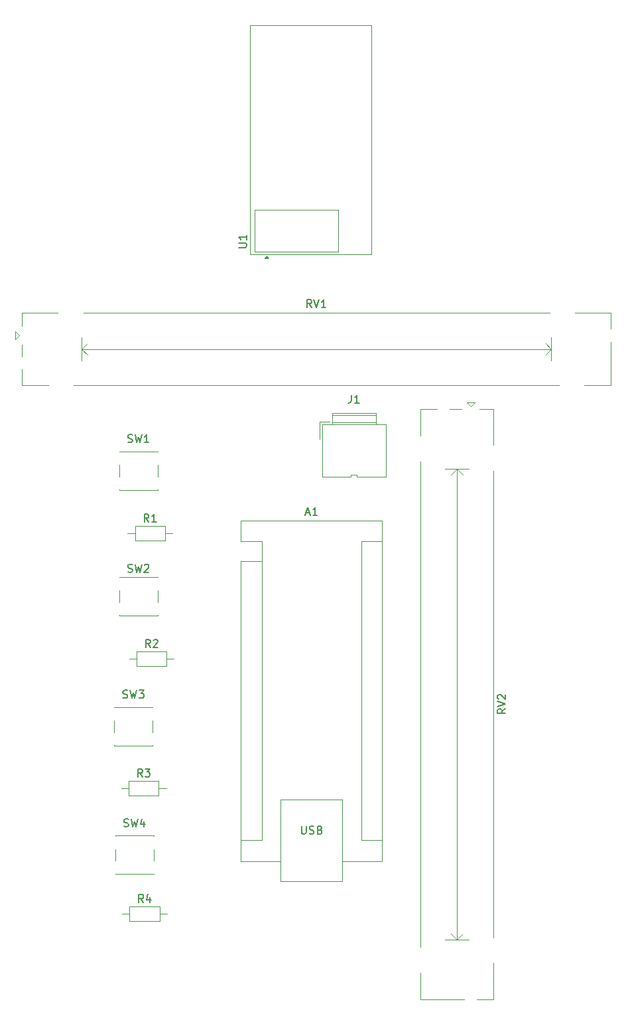
<source format=gbr>
%TF.GenerationSoftware,KiCad,Pcbnew,8.0.7*%
%TF.CreationDate,2025-01-13T00:49:29+02:00*%
%TF.ProjectId,RC-CarPCB,52432d43-6172-4504-9342-2e6b69636164,rev?*%
%TF.SameCoordinates,Original*%
%TF.FileFunction,Legend,Top*%
%TF.FilePolarity,Positive*%
%FSLAX46Y46*%
G04 Gerber Fmt 4.6, Leading zero omitted, Abs format (unit mm)*
G04 Created by KiCad (PCBNEW 8.0.7) date 2025-01-13 00:49:29*
%MOMM*%
%LPD*%
G01*
G04 APERTURE LIST*
%ADD10C,0.150000*%
%ADD11C,0.120000*%
G04 APERTURE END LIST*
D10*
X151696666Y-67874819D02*
X151696666Y-68589104D01*
X151696666Y-68589104D02*
X151649047Y-68731961D01*
X151649047Y-68731961D02*
X151553809Y-68827200D01*
X151553809Y-68827200D02*
X151410952Y-68874819D01*
X151410952Y-68874819D02*
X151315714Y-68874819D01*
X152696666Y-68874819D02*
X152125238Y-68874819D01*
X152410952Y-68874819D02*
X152410952Y-67874819D01*
X152410952Y-67874819D02*
X152315714Y-68017676D01*
X152315714Y-68017676D02*
X152220476Y-68112914D01*
X152220476Y-68112914D02*
X152125238Y-68160533D01*
X137329819Y-49051404D02*
X138139342Y-49051404D01*
X138139342Y-49051404D02*
X138234580Y-49003785D01*
X138234580Y-49003785D02*
X138282200Y-48956166D01*
X138282200Y-48956166D02*
X138329819Y-48860928D01*
X138329819Y-48860928D02*
X138329819Y-48670452D01*
X138329819Y-48670452D02*
X138282200Y-48575214D01*
X138282200Y-48575214D02*
X138234580Y-48527595D01*
X138234580Y-48527595D02*
X138139342Y-48479976D01*
X138139342Y-48479976D02*
X137329819Y-48479976D01*
X138329819Y-47479976D02*
X138329819Y-48051404D01*
X138329819Y-47765690D02*
X137329819Y-47765690D01*
X137329819Y-47765690D02*
X137472676Y-47860928D01*
X137472676Y-47860928D02*
X137567914Y-47956166D01*
X137567914Y-47956166D02*
X137615533Y-48051404D01*
X122541667Y-106457200D02*
X122684524Y-106504819D01*
X122684524Y-106504819D02*
X122922619Y-106504819D01*
X122922619Y-106504819D02*
X123017857Y-106457200D01*
X123017857Y-106457200D02*
X123065476Y-106409580D01*
X123065476Y-106409580D02*
X123113095Y-106314342D01*
X123113095Y-106314342D02*
X123113095Y-106219104D01*
X123113095Y-106219104D02*
X123065476Y-106123866D01*
X123065476Y-106123866D02*
X123017857Y-106076247D01*
X123017857Y-106076247D02*
X122922619Y-106028628D01*
X122922619Y-106028628D02*
X122732143Y-105981009D01*
X122732143Y-105981009D02*
X122636905Y-105933390D01*
X122636905Y-105933390D02*
X122589286Y-105885771D01*
X122589286Y-105885771D02*
X122541667Y-105790533D01*
X122541667Y-105790533D02*
X122541667Y-105695295D01*
X122541667Y-105695295D02*
X122589286Y-105600057D01*
X122589286Y-105600057D02*
X122636905Y-105552438D01*
X122636905Y-105552438D02*
X122732143Y-105504819D01*
X122732143Y-105504819D02*
X122970238Y-105504819D01*
X122970238Y-105504819D02*
X123113095Y-105552438D01*
X123446429Y-105504819D02*
X123684524Y-106504819D01*
X123684524Y-106504819D02*
X123875000Y-105790533D01*
X123875000Y-105790533D02*
X124065476Y-106504819D01*
X124065476Y-106504819D02*
X124303572Y-105504819D01*
X124589286Y-105504819D02*
X125208333Y-105504819D01*
X125208333Y-105504819D02*
X124875000Y-105885771D01*
X124875000Y-105885771D02*
X125017857Y-105885771D01*
X125017857Y-105885771D02*
X125113095Y-105933390D01*
X125113095Y-105933390D02*
X125160714Y-105981009D01*
X125160714Y-105981009D02*
X125208333Y-106076247D01*
X125208333Y-106076247D02*
X125208333Y-106314342D01*
X125208333Y-106314342D02*
X125160714Y-106409580D01*
X125160714Y-106409580D02*
X125113095Y-106457200D01*
X125113095Y-106457200D02*
X125017857Y-106504819D01*
X125017857Y-106504819D02*
X124732143Y-106504819D01*
X124732143Y-106504819D02*
X124636905Y-106457200D01*
X124636905Y-106457200D02*
X124589286Y-106409580D01*
X123166667Y-90407200D02*
X123309524Y-90454819D01*
X123309524Y-90454819D02*
X123547619Y-90454819D01*
X123547619Y-90454819D02*
X123642857Y-90407200D01*
X123642857Y-90407200D02*
X123690476Y-90359580D01*
X123690476Y-90359580D02*
X123738095Y-90264342D01*
X123738095Y-90264342D02*
X123738095Y-90169104D01*
X123738095Y-90169104D02*
X123690476Y-90073866D01*
X123690476Y-90073866D02*
X123642857Y-90026247D01*
X123642857Y-90026247D02*
X123547619Y-89978628D01*
X123547619Y-89978628D02*
X123357143Y-89931009D01*
X123357143Y-89931009D02*
X123261905Y-89883390D01*
X123261905Y-89883390D02*
X123214286Y-89835771D01*
X123214286Y-89835771D02*
X123166667Y-89740533D01*
X123166667Y-89740533D02*
X123166667Y-89645295D01*
X123166667Y-89645295D02*
X123214286Y-89550057D01*
X123214286Y-89550057D02*
X123261905Y-89502438D01*
X123261905Y-89502438D02*
X123357143Y-89454819D01*
X123357143Y-89454819D02*
X123595238Y-89454819D01*
X123595238Y-89454819D02*
X123738095Y-89502438D01*
X124071429Y-89454819D02*
X124309524Y-90454819D01*
X124309524Y-90454819D02*
X124500000Y-89740533D01*
X124500000Y-89740533D02*
X124690476Y-90454819D01*
X124690476Y-90454819D02*
X124928572Y-89454819D01*
X125261905Y-89550057D02*
X125309524Y-89502438D01*
X125309524Y-89502438D02*
X125404762Y-89454819D01*
X125404762Y-89454819D02*
X125642857Y-89454819D01*
X125642857Y-89454819D02*
X125738095Y-89502438D01*
X125738095Y-89502438D02*
X125785714Y-89550057D01*
X125785714Y-89550057D02*
X125833333Y-89645295D01*
X125833333Y-89645295D02*
X125833333Y-89740533D01*
X125833333Y-89740533D02*
X125785714Y-89883390D01*
X125785714Y-89883390D02*
X125214286Y-90454819D01*
X125214286Y-90454819D02*
X125833333Y-90454819D01*
X123166667Y-73857200D02*
X123309524Y-73904819D01*
X123309524Y-73904819D02*
X123547619Y-73904819D01*
X123547619Y-73904819D02*
X123642857Y-73857200D01*
X123642857Y-73857200D02*
X123690476Y-73809580D01*
X123690476Y-73809580D02*
X123738095Y-73714342D01*
X123738095Y-73714342D02*
X123738095Y-73619104D01*
X123738095Y-73619104D02*
X123690476Y-73523866D01*
X123690476Y-73523866D02*
X123642857Y-73476247D01*
X123642857Y-73476247D02*
X123547619Y-73428628D01*
X123547619Y-73428628D02*
X123357143Y-73381009D01*
X123357143Y-73381009D02*
X123261905Y-73333390D01*
X123261905Y-73333390D02*
X123214286Y-73285771D01*
X123214286Y-73285771D02*
X123166667Y-73190533D01*
X123166667Y-73190533D02*
X123166667Y-73095295D01*
X123166667Y-73095295D02*
X123214286Y-73000057D01*
X123214286Y-73000057D02*
X123261905Y-72952438D01*
X123261905Y-72952438D02*
X123357143Y-72904819D01*
X123357143Y-72904819D02*
X123595238Y-72904819D01*
X123595238Y-72904819D02*
X123738095Y-72952438D01*
X124071429Y-72904819D02*
X124309524Y-73904819D01*
X124309524Y-73904819D02*
X124500000Y-73190533D01*
X124500000Y-73190533D02*
X124690476Y-73904819D01*
X124690476Y-73904819D02*
X124928572Y-72904819D01*
X125833333Y-73904819D02*
X125261905Y-73904819D01*
X125547619Y-73904819D02*
X125547619Y-72904819D01*
X125547619Y-72904819D02*
X125452381Y-73047676D01*
X125452381Y-73047676D02*
X125357143Y-73142914D01*
X125357143Y-73142914D02*
X125261905Y-73190533D01*
X171374819Y-107860238D02*
X170898628Y-108193571D01*
X171374819Y-108431666D02*
X170374819Y-108431666D01*
X170374819Y-108431666D02*
X170374819Y-108050714D01*
X170374819Y-108050714D02*
X170422438Y-107955476D01*
X170422438Y-107955476D02*
X170470057Y-107907857D01*
X170470057Y-107907857D02*
X170565295Y-107860238D01*
X170565295Y-107860238D02*
X170708152Y-107860238D01*
X170708152Y-107860238D02*
X170803390Y-107907857D01*
X170803390Y-107907857D02*
X170851009Y-107955476D01*
X170851009Y-107955476D02*
X170898628Y-108050714D01*
X170898628Y-108050714D02*
X170898628Y-108431666D01*
X170374819Y-107574523D02*
X171374819Y-107241190D01*
X171374819Y-107241190D02*
X170374819Y-106907857D01*
X170470057Y-106622142D02*
X170422438Y-106574523D01*
X170422438Y-106574523D02*
X170374819Y-106479285D01*
X170374819Y-106479285D02*
X170374819Y-106241190D01*
X170374819Y-106241190D02*
X170422438Y-106145952D01*
X170422438Y-106145952D02*
X170470057Y-106098333D01*
X170470057Y-106098333D02*
X170565295Y-106050714D01*
X170565295Y-106050714D02*
X170660533Y-106050714D01*
X170660533Y-106050714D02*
X170803390Y-106098333D01*
X170803390Y-106098333D02*
X171374819Y-106669761D01*
X171374819Y-106669761D02*
X171374819Y-106050714D01*
X146634761Y-56704819D02*
X146301428Y-56228628D01*
X146063333Y-56704819D02*
X146063333Y-55704819D01*
X146063333Y-55704819D02*
X146444285Y-55704819D01*
X146444285Y-55704819D02*
X146539523Y-55752438D01*
X146539523Y-55752438D02*
X146587142Y-55800057D01*
X146587142Y-55800057D02*
X146634761Y-55895295D01*
X146634761Y-55895295D02*
X146634761Y-56038152D01*
X146634761Y-56038152D02*
X146587142Y-56133390D01*
X146587142Y-56133390D02*
X146539523Y-56181009D01*
X146539523Y-56181009D02*
X146444285Y-56228628D01*
X146444285Y-56228628D02*
X146063333Y-56228628D01*
X146920476Y-55704819D02*
X147253809Y-56704819D01*
X147253809Y-56704819D02*
X147587142Y-55704819D01*
X148444285Y-56704819D02*
X147872857Y-56704819D01*
X148158571Y-56704819D02*
X148158571Y-55704819D01*
X148158571Y-55704819D02*
X148063333Y-55847676D01*
X148063333Y-55847676D02*
X147968095Y-55942914D01*
X147968095Y-55942914D02*
X147872857Y-55990533D01*
X125143333Y-132534819D02*
X124810000Y-132058628D01*
X124571905Y-132534819D02*
X124571905Y-131534819D01*
X124571905Y-131534819D02*
X124952857Y-131534819D01*
X124952857Y-131534819D02*
X125048095Y-131582438D01*
X125048095Y-131582438D02*
X125095714Y-131630057D01*
X125095714Y-131630057D02*
X125143333Y-131725295D01*
X125143333Y-131725295D02*
X125143333Y-131868152D01*
X125143333Y-131868152D02*
X125095714Y-131963390D01*
X125095714Y-131963390D02*
X125048095Y-132011009D01*
X125048095Y-132011009D02*
X124952857Y-132058628D01*
X124952857Y-132058628D02*
X124571905Y-132058628D01*
X126000476Y-131868152D02*
X126000476Y-132534819D01*
X125762381Y-131487200D02*
X125524286Y-132201485D01*
X125524286Y-132201485D02*
X126143333Y-132201485D01*
X125023333Y-116534819D02*
X124690000Y-116058628D01*
X124451905Y-116534819D02*
X124451905Y-115534819D01*
X124451905Y-115534819D02*
X124832857Y-115534819D01*
X124832857Y-115534819D02*
X124928095Y-115582438D01*
X124928095Y-115582438D02*
X124975714Y-115630057D01*
X124975714Y-115630057D02*
X125023333Y-115725295D01*
X125023333Y-115725295D02*
X125023333Y-115868152D01*
X125023333Y-115868152D02*
X124975714Y-115963390D01*
X124975714Y-115963390D02*
X124928095Y-116011009D01*
X124928095Y-116011009D02*
X124832857Y-116058628D01*
X124832857Y-116058628D02*
X124451905Y-116058628D01*
X125356667Y-115534819D02*
X125975714Y-115534819D01*
X125975714Y-115534819D02*
X125642381Y-115915771D01*
X125642381Y-115915771D02*
X125785238Y-115915771D01*
X125785238Y-115915771D02*
X125880476Y-115963390D01*
X125880476Y-115963390D02*
X125928095Y-116011009D01*
X125928095Y-116011009D02*
X125975714Y-116106247D01*
X125975714Y-116106247D02*
X125975714Y-116344342D01*
X125975714Y-116344342D02*
X125928095Y-116439580D01*
X125928095Y-116439580D02*
X125880476Y-116487200D01*
X125880476Y-116487200D02*
X125785238Y-116534819D01*
X125785238Y-116534819D02*
X125499524Y-116534819D01*
X125499524Y-116534819D02*
X125404286Y-116487200D01*
X125404286Y-116487200D02*
X125356667Y-116439580D01*
X126023333Y-100034819D02*
X125690000Y-99558628D01*
X125451905Y-100034819D02*
X125451905Y-99034819D01*
X125451905Y-99034819D02*
X125832857Y-99034819D01*
X125832857Y-99034819D02*
X125928095Y-99082438D01*
X125928095Y-99082438D02*
X125975714Y-99130057D01*
X125975714Y-99130057D02*
X126023333Y-99225295D01*
X126023333Y-99225295D02*
X126023333Y-99368152D01*
X126023333Y-99368152D02*
X125975714Y-99463390D01*
X125975714Y-99463390D02*
X125928095Y-99511009D01*
X125928095Y-99511009D02*
X125832857Y-99558628D01*
X125832857Y-99558628D02*
X125451905Y-99558628D01*
X126404286Y-99130057D02*
X126451905Y-99082438D01*
X126451905Y-99082438D02*
X126547143Y-99034819D01*
X126547143Y-99034819D02*
X126785238Y-99034819D01*
X126785238Y-99034819D02*
X126880476Y-99082438D01*
X126880476Y-99082438D02*
X126928095Y-99130057D01*
X126928095Y-99130057D02*
X126975714Y-99225295D01*
X126975714Y-99225295D02*
X126975714Y-99320533D01*
X126975714Y-99320533D02*
X126928095Y-99463390D01*
X126928095Y-99463390D02*
X126356667Y-100034819D01*
X126356667Y-100034819D02*
X126975714Y-100034819D01*
X125833333Y-84034819D02*
X125500000Y-83558628D01*
X125261905Y-84034819D02*
X125261905Y-83034819D01*
X125261905Y-83034819D02*
X125642857Y-83034819D01*
X125642857Y-83034819D02*
X125738095Y-83082438D01*
X125738095Y-83082438D02*
X125785714Y-83130057D01*
X125785714Y-83130057D02*
X125833333Y-83225295D01*
X125833333Y-83225295D02*
X125833333Y-83368152D01*
X125833333Y-83368152D02*
X125785714Y-83463390D01*
X125785714Y-83463390D02*
X125738095Y-83511009D01*
X125738095Y-83511009D02*
X125642857Y-83558628D01*
X125642857Y-83558628D02*
X125261905Y-83558628D01*
X126785714Y-84034819D02*
X126214286Y-84034819D01*
X126500000Y-84034819D02*
X126500000Y-83034819D01*
X126500000Y-83034819D02*
X126404762Y-83177676D01*
X126404762Y-83177676D02*
X126309524Y-83272914D01*
X126309524Y-83272914D02*
X126214286Y-83320533D01*
X122666667Y-122857200D02*
X122809524Y-122904819D01*
X122809524Y-122904819D02*
X123047619Y-122904819D01*
X123047619Y-122904819D02*
X123142857Y-122857200D01*
X123142857Y-122857200D02*
X123190476Y-122809580D01*
X123190476Y-122809580D02*
X123238095Y-122714342D01*
X123238095Y-122714342D02*
X123238095Y-122619104D01*
X123238095Y-122619104D02*
X123190476Y-122523866D01*
X123190476Y-122523866D02*
X123142857Y-122476247D01*
X123142857Y-122476247D02*
X123047619Y-122428628D01*
X123047619Y-122428628D02*
X122857143Y-122381009D01*
X122857143Y-122381009D02*
X122761905Y-122333390D01*
X122761905Y-122333390D02*
X122714286Y-122285771D01*
X122714286Y-122285771D02*
X122666667Y-122190533D01*
X122666667Y-122190533D02*
X122666667Y-122095295D01*
X122666667Y-122095295D02*
X122714286Y-122000057D01*
X122714286Y-122000057D02*
X122761905Y-121952438D01*
X122761905Y-121952438D02*
X122857143Y-121904819D01*
X122857143Y-121904819D02*
X123095238Y-121904819D01*
X123095238Y-121904819D02*
X123238095Y-121952438D01*
X123571429Y-121904819D02*
X123809524Y-122904819D01*
X123809524Y-122904819D02*
X124000000Y-122190533D01*
X124000000Y-122190533D02*
X124190476Y-122904819D01*
X124190476Y-122904819D02*
X124428572Y-121904819D01*
X125238095Y-122238152D02*
X125238095Y-122904819D01*
X125000000Y-121857200D02*
X124761905Y-122571485D01*
X124761905Y-122571485D02*
X125380952Y-122571485D01*
X145905714Y-82889104D02*
X146381904Y-82889104D01*
X145810476Y-83174819D02*
X146143809Y-82174819D01*
X146143809Y-82174819D02*
X146477142Y-83174819D01*
X147334285Y-83174819D02*
X146762857Y-83174819D01*
X147048571Y-83174819D02*
X147048571Y-82174819D01*
X147048571Y-82174819D02*
X146953333Y-82317676D01*
X146953333Y-82317676D02*
X146858095Y-82412914D01*
X146858095Y-82412914D02*
X146762857Y-82460533D01*
X145358095Y-122814819D02*
X145358095Y-123624342D01*
X145358095Y-123624342D02*
X145405714Y-123719580D01*
X145405714Y-123719580D02*
X145453333Y-123767200D01*
X145453333Y-123767200D02*
X145548571Y-123814819D01*
X145548571Y-123814819D02*
X145739047Y-123814819D01*
X145739047Y-123814819D02*
X145834285Y-123767200D01*
X145834285Y-123767200D02*
X145881904Y-123719580D01*
X145881904Y-123719580D02*
X145929523Y-123624342D01*
X145929523Y-123624342D02*
X145929523Y-122814819D01*
X146358095Y-123767200D02*
X146500952Y-123814819D01*
X146500952Y-123814819D02*
X146739047Y-123814819D01*
X146739047Y-123814819D02*
X146834285Y-123767200D01*
X146834285Y-123767200D02*
X146881904Y-123719580D01*
X146881904Y-123719580D02*
X146929523Y-123624342D01*
X146929523Y-123624342D02*
X146929523Y-123529104D01*
X146929523Y-123529104D02*
X146881904Y-123433866D01*
X146881904Y-123433866D02*
X146834285Y-123386247D01*
X146834285Y-123386247D02*
X146739047Y-123338628D01*
X146739047Y-123338628D02*
X146548571Y-123291009D01*
X146548571Y-123291009D02*
X146453333Y-123243390D01*
X146453333Y-123243390D02*
X146405714Y-123195771D01*
X146405714Y-123195771D02*
X146358095Y-123100533D01*
X146358095Y-123100533D02*
X146358095Y-123005295D01*
X146358095Y-123005295D02*
X146405714Y-122910057D01*
X146405714Y-122910057D02*
X146453333Y-122862438D01*
X146453333Y-122862438D02*
X146548571Y-122814819D01*
X146548571Y-122814819D02*
X146786666Y-122814819D01*
X146786666Y-122814819D02*
X146929523Y-122862438D01*
X147691428Y-123291009D02*
X147834285Y-123338628D01*
X147834285Y-123338628D02*
X147881904Y-123386247D01*
X147881904Y-123386247D02*
X147929523Y-123481485D01*
X147929523Y-123481485D02*
X147929523Y-123624342D01*
X147929523Y-123624342D02*
X147881904Y-123719580D01*
X147881904Y-123719580D02*
X147834285Y-123767200D01*
X147834285Y-123767200D02*
X147739047Y-123814819D01*
X147739047Y-123814819D02*
X147358095Y-123814819D01*
X147358095Y-123814819D02*
X147358095Y-122814819D01*
X147358095Y-122814819D02*
X147691428Y-122814819D01*
X147691428Y-122814819D02*
X147786666Y-122862438D01*
X147786666Y-122862438D02*
X147834285Y-122910057D01*
X147834285Y-122910057D02*
X147881904Y-123005295D01*
X147881904Y-123005295D02*
X147881904Y-123100533D01*
X147881904Y-123100533D02*
X147834285Y-123195771D01*
X147834285Y-123195771D02*
X147786666Y-123243390D01*
X147786666Y-123243390D02*
X147691428Y-123291009D01*
X147691428Y-123291009D02*
X147358095Y-123291009D01*
D11*
%TO.C,J1*%
X147620000Y-71300000D02*
X147620000Y-73500000D01*
X147960000Y-71590000D02*
X147960000Y-73500000D01*
X147960000Y-71590000D02*
X156090000Y-71590000D01*
X147960000Y-73500000D02*
X147960000Y-78330000D01*
X148920000Y-71300000D02*
X147620000Y-71300000D01*
X149230000Y-70200000D02*
X154820000Y-70200000D01*
X149230000Y-70450000D02*
X154820000Y-70450000D01*
X149230000Y-71340000D02*
X154820000Y-71340000D01*
X149230000Y-71590000D02*
X149230000Y-70200000D01*
X151640000Y-78070000D02*
X152410000Y-78070000D01*
X151640000Y-78330000D02*
X147960000Y-78330000D01*
X151640000Y-78330000D02*
X151640000Y-78070000D01*
X152410000Y-78070000D02*
X152410000Y-78330000D01*
X152410000Y-78330000D02*
X156090000Y-78330000D01*
X154820000Y-71590000D02*
X154820000Y-70200000D01*
X156090000Y-71590000D02*
X156090000Y-73500000D01*
X156090000Y-78330000D02*
X156090000Y-73500000D01*
%TO.C,U1*%
X141115000Y-50425500D02*
X140635000Y-50425500D01*
X140875000Y-50089500D01*
X141115000Y-50425500D01*
G36*
X141115000Y-50425500D02*
G01*
X140635000Y-50425500D01*
X140875000Y-50089500D01*
X141115000Y-50425500D01*
G37*
X154225000Y-20689500D02*
X154225000Y-49889500D01*
X138775000Y-20689500D02*
X154225000Y-20689500D01*
X150019000Y-44225500D02*
X150019000Y-49559500D01*
X139351000Y-44225500D02*
X150019000Y-44225500D01*
X150019000Y-49559500D02*
X150019000Y-49559500D01*
X150019000Y-49559500D02*
X139351000Y-49559500D01*
X139351000Y-49559500D02*
X139351000Y-44225500D01*
X139351000Y-49559500D02*
X139351000Y-49559500D01*
X154225000Y-49889500D02*
X138775000Y-49889500D01*
X138775000Y-49889500D02*
X138775000Y-20689500D01*
X138775000Y-49889500D02*
X138775000Y-49889500D01*
%TO.C,SW3*%
X126325000Y-112550000D02*
X126325000Y-112500000D01*
X126325000Y-109350000D02*
X126325000Y-110850000D01*
X126325000Y-107650000D02*
X126325000Y-107700000D01*
X121425000Y-112550000D02*
X126325000Y-112550000D01*
X121425000Y-112550000D02*
X121425000Y-112500000D01*
X121425000Y-109350000D02*
X121425000Y-110850000D01*
X121425000Y-107650000D02*
X126325000Y-107650000D01*
X121425000Y-107650000D02*
X121425000Y-107700000D01*
%TO.C,SW2*%
X126950000Y-95950000D02*
X126950000Y-95900000D01*
X126950000Y-92750000D02*
X126950000Y-94250000D01*
X126950000Y-91050000D02*
X126950000Y-91100000D01*
X122050000Y-95950000D02*
X126950000Y-95950000D01*
X122050000Y-95950000D02*
X122050000Y-95900000D01*
X122050000Y-92750000D02*
X122050000Y-94250000D01*
X122050000Y-91050000D02*
X126950000Y-91050000D01*
X122050000Y-91050000D02*
X122050000Y-91100000D01*
%TO.C,SW1*%
X126950000Y-79950000D02*
X126950000Y-79900000D01*
X126950000Y-76750000D02*
X126950000Y-78250000D01*
X126950000Y-75050000D02*
X126950000Y-75100000D01*
X122050000Y-79950000D02*
X126950000Y-79950000D01*
X122050000Y-79950000D02*
X122050000Y-79900000D01*
X122050000Y-76750000D02*
X122050000Y-78250000D01*
X122050000Y-75050000D02*
X126950000Y-75050000D01*
X122050000Y-75050000D02*
X122050000Y-75100000D01*
%TO.C,RV2*%
X166097000Y-144885000D02*
X160550000Y-144885000D01*
X169790000Y-144885000D02*
X167743000Y-144885000D01*
X160550000Y-141501000D02*
X160550000Y-144885000D01*
X169790000Y-140301000D02*
X169790000Y-144885000D01*
X165170000Y-137265000D02*
X164420000Y-136515000D01*
X166670000Y-137265000D02*
X163670000Y-137265000D01*
X165920000Y-136515000D02*
X165170000Y-137265000D01*
X165920000Y-78015000D02*
X165170000Y-77265000D01*
X169790000Y-77501000D02*
X169790000Y-137030000D01*
X165170000Y-77265000D02*
X165170000Y-137265000D01*
X165170000Y-77265000D02*
X164420000Y-78015000D01*
X166670000Y-77265000D02*
X163670000Y-77265000D01*
X160550000Y-76301000D02*
X160550000Y-138230000D01*
X160550000Y-69645000D02*
X160550000Y-73030000D01*
X162597000Y-69645000D02*
X160550000Y-69645000D01*
X165745000Y-69645000D02*
X164242000Y-69645000D01*
X169790000Y-69645000D02*
X169790000Y-74230000D01*
X169790000Y-69645000D02*
X168095000Y-69645000D01*
X166920000Y-69340000D02*
X167420000Y-68840000D01*
X166420000Y-68840000D02*
X166920000Y-69340000D01*
X167420000Y-68840000D02*
X166420000Y-68840000D01*
%TO.C,RV1*%
X108805000Y-59750000D02*
X108805000Y-60750000D01*
X108805000Y-60750000D02*
X109305000Y-60250000D01*
X109305000Y-60250000D02*
X108805000Y-59750000D01*
X109610000Y-57380000D02*
X109610000Y-59075000D01*
X109610000Y-57380000D02*
X114195000Y-57380000D01*
X109610000Y-61425000D02*
X109610000Y-62928000D01*
X109610000Y-64573000D02*
X109610000Y-66620000D01*
X109610000Y-66620000D02*
X112995000Y-66620000D01*
X116266000Y-66620000D02*
X178195000Y-66620000D01*
X117230000Y-60500000D02*
X117230000Y-63500000D01*
X117230000Y-62000000D02*
X117980000Y-62750000D01*
X117230000Y-62000000D02*
X177230000Y-62000000D01*
X117466000Y-57380000D02*
X176995000Y-57380000D01*
X117980000Y-61250000D02*
X117230000Y-62000000D01*
X176480000Y-61250000D02*
X177230000Y-62000000D01*
X177230000Y-60500000D02*
X177230000Y-63500000D01*
X177230000Y-62000000D02*
X176480000Y-62750000D01*
X180266000Y-57380000D02*
X184850000Y-57380000D01*
X181466000Y-66620000D02*
X184850000Y-66620000D01*
X184850000Y-57380000D02*
X184850000Y-59427000D01*
X184850000Y-61073000D02*
X184850000Y-66620000D01*
%TO.C,R4*%
X122440000Y-134000000D02*
X123390000Y-134000000D01*
X123390000Y-133080000D02*
X123390000Y-134920000D01*
X123390000Y-134920000D02*
X127230000Y-134920000D01*
X127230000Y-133080000D02*
X123390000Y-133080000D01*
X127230000Y-134920000D02*
X127230000Y-133080000D01*
X128180000Y-134000000D02*
X127230000Y-134000000D01*
%TO.C,R3*%
X128060000Y-118000000D02*
X127110000Y-118000000D01*
X127110000Y-118920000D02*
X127110000Y-117080000D01*
X127110000Y-117080000D02*
X123270000Y-117080000D01*
X123270000Y-118920000D02*
X127110000Y-118920000D01*
X123270000Y-117080000D02*
X123270000Y-118920000D01*
X122320000Y-118000000D02*
X123270000Y-118000000D01*
%TO.C,R2*%
X129060000Y-101500000D02*
X128110000Y-101500000D01*
X128110000Y-102420000D02*
X128110000Y-100580000D01*
X128110000Y-100580000D02*
X124270000Y-100580000D01*
X124270000Y-102420000D02*
X128110000Y-102420000D01*
X124270000Y-100580000D02*
X124270000Y-102420000D01*
X123320000Y-101500000D02*
X124270000Y-101500000D01*
%TO.C,R1*%
X128870000Y-85500000D02*
X127920000Y-85500000D01*
X127920000Y-86420000D02*
X127920000Y-84580000D01*
X127920000Y-84580000D02*
X124080000Y-84580000D01*
X124080000Y-86420000D02*
X127920000Y-86420000D01*
X124080000Y-84580000D02*
X124080000Y-86420000D01*
X123130000Y-85500000D02*
X124080000Y-85500000D01*
%TO.C,SW4*%
X126450000Y-128950000D02*
X126450000Y-128900000D01*
X126450000Y-125750000D02*
X126450000Y-127250000D01*
X126450000Y-124050000D02*
X126450000Y-124100000D01*
X121550000Y-128950000D02*
X126450000Y-128950000D01*
X121550000Y-128950000D02*
X121550000Y-128900000D01*
X121550000Y-125750000D02*
X121550000Y-127250000D01*
X121550000Y-124050000D02*
X126450000Y-124050000D01*
X121550000Y-124050000D02*
X121550000Y-124100000D01*
%TO.C,A1*%
X155640000Y-127300000D02*
X155640000Y-83860000D01*
X155640000Y-127300000D02*
X150560000Y-127300000D01*
X155640000Y-83860000D02*
X137600000Y-83860000D01*
X152970000Y-124630000D02*
X155640000Y-124630000D01*
X152970000Y-86530000D02*
X155640000Y-86530000D01*
X152970000Y-86530000D02*
X152970000Y-124630000D01*
X150560000Y-129840000D02*
X142680000Y-129840000D01*
X150560000Y-119420000D02*
X150560000Y-129840000D01*
X142680000Y-129840000D02*
X142680000Y-119420000D01*
X142680000Y-119420000D02*
X150560000Y-119420000D01*
X140270000Y-124630000D02*
X137600000Y-124630000D01*
X140270000Y-89070000D02*
X140270000Y-124630000D01*
X140270000Y-89070000D02*
X140270000Y-86530000D01*
X140270000Y-89070000D02*
X137600000Y-89070000D01*
X140270000Y-86530000D02*
X137600000Y-86530000D01*
X137600000Y-127300000D02*
X142680000Y-127300000D01*
X137600000Y-89070000D02*
X137600000Y-127300000D01*
X137600000Y-83860000D02*
X137600000Y-86530000D01*
%TD*%
M02*

</source>
